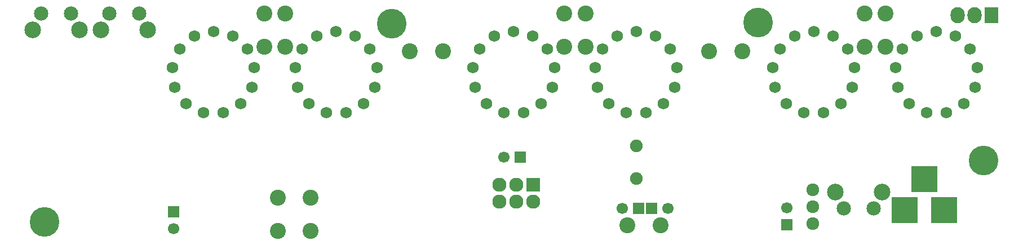
<source format=gbr>
G04 #@! TF.FileFunction,Soldermask,Bot*
%FSLAX46Y46*%
G04 Gerber Fmt 4.6, Leading zero omitted, Abs format (unit mm)*
G04 Created by KiCad (PCBNEW 4.0.0-rc1-stable) date 11/15/2015 9:58:47 PM*
%MOMM*%
G01*
G04 APERTURE LIST*
%ADD10C,0.100000*%
%ADD11R,2.127200X2.127200*%
%ADD12O,2.127200X2.127200*%
%ADD13R,1.700000X1.700000*%
%ADD14C,1.700000*%
%ADD15C,1.746200*%
%ADD16C,1.901140*%
%ADD17C,1.924000*%
%ADD18C,2.398980*%
%ADD19R,3.900120X3.900120*%
%ADD20R,2.127200X2.432000*%
%ADD21O,2.127200X2.432000*%
%ADD22C,2.500000*%
%ADD23C,2.150000*%
%ADD24C,4.464000*%
G04 APERTURE END LIST*
D10*
D11*
X98806000Y-94996000D03*
D12*
X98806000Y-97536000D03*
X96266000Y-94996000D03*
X96266000Y-97536000D03*
X93726000Y-94996000D03*
X93726000Y-97536000D03*
D13*
X44831000Y-99060000D03*
D14*
X44831000Y-101560000D03*
D13*
X114681000Y-98552000D03*
D14*
X112181000Y-98552000D03*
D13*
X116586000Y-98552000D03*
D14*
X119086000Y-98552000D03*
D13*
X96901000Y-90805000D03*
D14*
X94401000Y-90805000D03*
D15*
X55892700Y-74589640D03*
X45707300Y-74589640D03*
X44655740Y-77360780D03*
X45013880Y-80299560D03*
X46695360Y-82737960D03*
X49319180Y-84114640D03*
X52280820Y-84114640D03*
X54904640Y-82737960D03*
X56586120Y-80299560D03*
X56944260Y-77360780D03*
X50800000Y-71917560D03*
X53675280Y-72626220D03*
X47924720Y-72626220D03*
X74307700Y-74589640D03*
X64122300Y-74589640D03*
X63070740Y-77360780D03*
X63428880Y-80299560D03*
X65110360Y-82737960D03*
X67734180Y-84114640D03*
X70695820Y-84114640D03*
X73319640Y-82737960D03*
X75001120Y-80299560D03*
X75359260Y-77360780D03*
X69215000Y-71917560D03*
X72090280Y-72626220D03*
X66339720Y-72626220D03*
X100977700Y-74589640D03*
X90792300Y-74589640D03*
X89740740Y-77360780D03*
X90098880Y-80299560D03*
X91780360Y-82737960D03*
X94404180Y-84114640D03*
X97365820Y-84114640D03*
X99989640Y-82737960D03*
X101671120Y-80299560D03*
X102029260Y-77360780D03*
X95885000Y-71917560D03*
X98760280Y-72626220D03*
X93009720Y-72626220D03*
X119392700Y-74589640D03*
X109207300Y-74589640D03*
X108155740Y-77360780D03*
X108513880Y-80299560D03*
X110195360Y-82737960D03*
X112819180Y-84114640D03*
X115780820Y-84114640D03*
X118404640Y-82737960D03*
X120086120Y-80299560D03*
X120444260Y-77360780D03*
X114300000Y-71917560D03*
X117175280Y-72626220D03*
X111424720Y-72626220D03*
X146062700Y-74589640D03*
X135877300Y-74589640D03*
X134825740Y-77360780D03*
X135183880Y-80299560D03*
X136865360Y-82737960D03*
X139489180Y-84114640D03*
X142450820Y-84114640D03*
X145074640Y-82737960D03*
X146756120Y-80299560D03*
X147114260Y-77360780D03*
X140970000Y-71917560D03*
X143845280Y-72626220D03*
X138094720Y-72626220D03*
X164477700Y-74589640D03*
X154292300Y-74589640D03*
X153240740Y-77360780D03*
X153598880Y-80299560D03*
X155280360Y-82737960D03*
X157904180Y-84114640D03*
X160865820Y-84114640D03*
X163489640Y-82737960D03*
X165171120Y-80299560D03*
X165529260Y-77360780D03*
X159385000Y-71917560D03*
X162260280Y-72626220D03*
X156509720Y-72626220D03*
D16*
X114300000Y-94007940D03*
X114300000Y-89126060D03*
D17*
X140843000Y-98298000D03*
X140843000Y-95758000D03*
X140843000Y-100838000D03*
D18*
X103505000Y-74254360D03*
X103505000Y-69253100D03*
X80304640Y-74930000D03*
X85305900Y-74930000D03*
X65405000Y-96941640D03*
X65405000Y-101942900D03*
X58420000Y-74254360D03*
X58420000Y-69253100D03*
X61595000Y-74254360D03*
X61595000Y-69253100D03*
X151765000Y-74254360D03*
X151765000Y-69253100D03*
X125262640Y-74930000D03*
X130263900Y-74930000D03*
X60452000Y-96941640D03*
X60452000Y-101942900D03*
X106680000Y-74254360D03*
X106680000Y-69253100D03*
X148590000Y-74254360D03*
X148590000Y-69253100D03*
D19*
X154581860Y-98806000D03*
X160581340Y-98806000D03*
X157581600Y-94107000D03*
D20*
X167640000Y-69469000D03*
D21*
X165100000Y-69469000D03*
X162560000Y-69469000D03*
D22*
X144227000Y-96062000D03*
D23*
X145487000Y-98552000D03*
X149987000Y-98552000D03*
D22*
X151237000Y-96062000D03*
X40939000Y-71705000D03*
D23*
X39679000Y-69215000D03*
X35179000Y-69215000D03*
D22*
X33929000Y-71705000D03*
X30652000Y-71705000D03*
D23*
X29392000Y-69215000D03*
X24892000Y-69215000D03*
D22*
X23642000Y-71705000D03*
D24*
X77597000Y-70739000D03*
X132588000Y-70612000D03*
X166497000Y-91313000D03*
X25400000Y-100584000D03*
D18*
X117942360Y-101092000D03*
X112941100Y-101092000D03*
D13*
X136906000Y-100965000D03*
D14*
X136906000Y-98465000D03*
M02*

</source>
